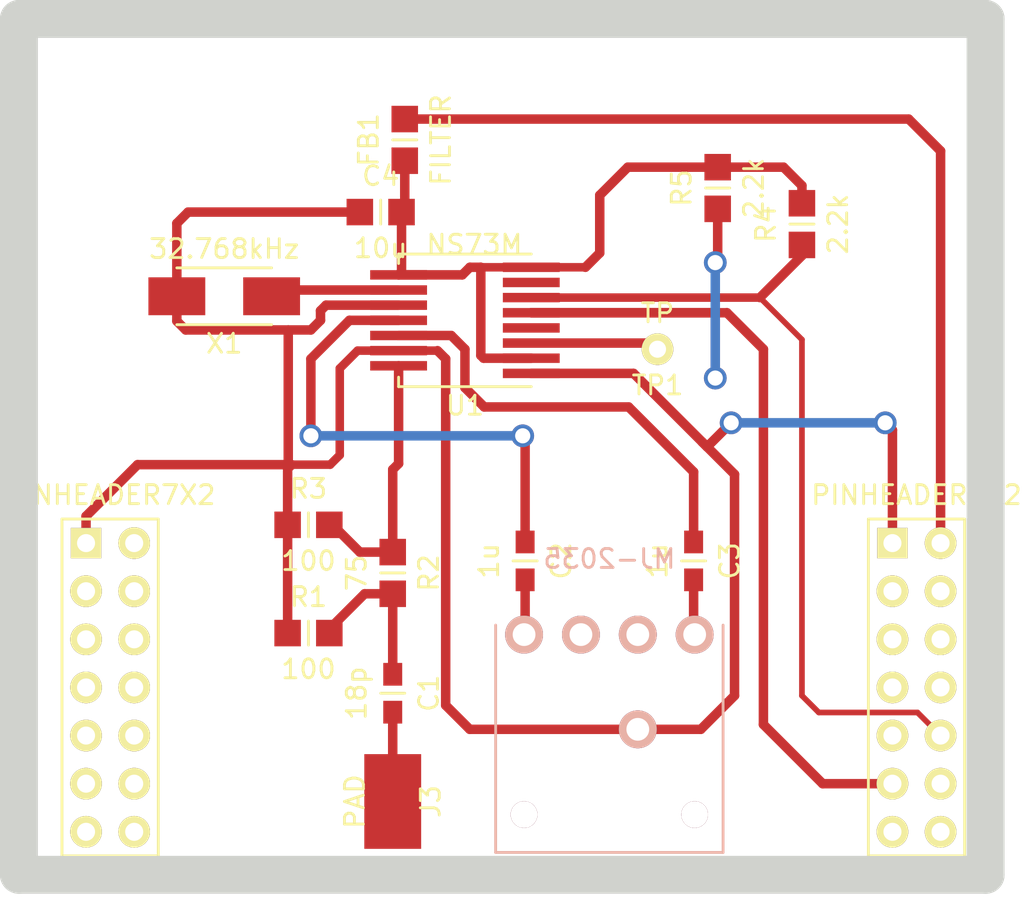
<source format=kicad_pcb>
(kicad_pcb (version 3) (host pcbnew "(2013-03-31 BZR 4008)-stable")

  (general
    (links 31)
    (no_connects 0)
    (area 52.848334 56.419999 109.076666 103.600001)
    (thickness 1.6)
    (drawings 4)
    (tracks 118)
    (zones 0)
    (modules 17)
    (nets 15)
  )

  (page A3)
  (layers
    (15 F.Cu signal)
    (0 B.Cu signal)
    (16 B.Adhes user)
    (17 F.Adhes user)
    (18 B.Paste user)
    (19 F.Paste user)
    (20 B.SilkS user)
    (21 F.SilkS user)
    (22 B.Mask user)
    (23 F.Mask user)
    (24 Dwgs.User user)
    (25 Cmts.User user)
    (26 Eco1.User user)
    (27 Eco2.User user)
    (28 Edge.Cuts user)
  )

  (setup
    (last_trace_width 0.45)
    (trace_clearance 0.1)
    (zone_clearance 0.508)
    (zone_45_only no)
    (trace_min 0.2)
    (segment_width 0.2)
    (edge_width 0.1)
    (via_size 1.2)
    (via_drill 0.8)
    (via_min_size 1.2)
    (via_min_drill 0.8)
    (uvia_size 0.508)
    (uvia_drill 0.127)
    (uvias_allowed no)
    (uvia_min_size 0.508)
    (uvia_min_drill 0.127)
    (pcb_text_width 0.3)
    (pcb_text_size 1.5 1.5)
    (mod_edge_width 0.15)
    (mod_text_size 1 1)
    (mod_text_width 0.15)
    (pad_size 5 3)
    (pad_drill 0)
    (pad_to_mask_clearance 0)
    (aux_axis_origin 0 0)
    (visible_elements 7FFFFFFF)
    (pcbplotparams
      (layerselection 268468225)
      (usegerberextensions true)
      (excludeedgelayer true)
      (linewidth 152400)
      (plotframeref false)
      (viasonmask false)
      (mode 1)
      (useauxorigin false)
      (hpglpennumber 1)
      (hpglpenspeed 20)
      (hpglpendiameter 15)
      (hpglpenoverlay 2)
      (psnegative false)
      (psa4output false)
      (plotreference true)
      (plotvalue true)
      (plotothertext true)
      (plotinvisibletext false)
      (padsonsilk false)
      (subtractmaskfromsilk false)
      (outputformat 1)
      (mirror false)
      (drillshape 0)
      (scaleselection 1)
      (outputdirectory gerber/))
  )

  (net 0 "")
  (net 1 /SCL)
  (net 2 /SDA)
  (net 3 GND)
  (net 4 N-0000029)
  (net 5 N-0000030)
  (net 6 N-0000033)
  (net 7 N-0000034)
  (net 8 N-0000035)
  (net 9 N-0000036)
  (net 10 N-0000039)
  (net 11 N-000004)
  (net 12 N-0000040)
  (net 13 N-0000041)
  (net 14 N-0000042)

  (net_class Default "これは標準のネット クラスです。"
    (clearance 0.1)
    (trace_width 0.45)
    (via_dia 1.2)
    (via_drill 0.8)
    (uvia_dia 0.508)
    (uvia_drill 0.127)
    (add_net "")
    (add_net /SCL)
    (add_net /SDA)
    (add_net GND)
    (add_net N-0000029)
    (add_net N-0000030)
    (add_net N-0000033)
    (add_net N-0000034)
    (add_net N-0000035)
    (add_net N-0000036)
    (add_net N-0000039)
    (add_net N-000004)
    (add_net N-0000040)
    (add_net N-0000041)
    (add_net N-0000042)
  )

  (module PAD3x5   placed (layer F.Cu) (tedit 51B41FFE) (tstamp 51B3093C)
    (at 74.6 98.73 90)
    (path /51AC5F60)
    (fp_text reference J3 (at 0 2 90) (layer F.SilkS)
      (effects (font (size 1 1) (thickness 0.15)))
    )
    (fp_text value PAD (at 0 -2 90) (layer F.SilkS)
      (effects (font (size 1 1) (thickness 0.15)))
    )
    (pad 1 smd rect (at 0 0 90) (size 5 3)
      (layers F.Cu F.Paste F.Mask)
      (net 4 N-0000029)
    )
  )

  (module NS73M   placed (layer F.Cu) (tedit 51B41E59) (tstamp 51B30953)
    (at 78.41 73.33)
    (path /51AC4083)
    (fp_text reference U1 (at 0 4.5) (layer F.SilkS)
      (effects (font (size 1 1) (thickness 0.15)))
    )
    (fp_text value NS73M (at 0.5 -4) (layer F.SilkS)
      (effects (font (size 1 1) (thickness 0.15)))
    )
    (fp_line (start -3.5 3) (end -3.5 3.5) (layer F.SilkS) (width 0.15))
    (fp_line (start -3.5 3.5) (end 3.5 3.5) (layer F.SilkS) (width 0.15))
    (fp_line (start 3.5 -3.5) (end -3.5 -3.5) (layer F.SilkS) (width 0.15))
    (fp_line (start -3.5 -3.5) (end -3.5 -3) (layer F.SilkS) (width 0.15))
    (pad 1 smd rect (at 3.5 2.8) (size 3 0.5)
      (layers F.Cu F.Paste F.Mask)
      (net 3 GND)
    )
    (pad 2 smd rect (at 3.5 2) (size 3 0.5)
      (layers F.Cu F.Paste F.Mask)
      (net 10 N-0000039)
    )
    (pad 3 smd rect (at 3.5 1.2) (size 3 0.5)
      (layers F.Cu F.Paste F.Mask)
      (net 14 N-0000042)
    )
    (pad 4 smd rect (at 3.5 0.4) (size 3 0.5)
      (layers F.Cu F.Paste F.Mask)
    )
    (pad 5 smd rect (at 3.5 -0.4) (size 3 0.5)
      (layers F.Cu F.Paste F.Mask)
      (net 1 /SCL)
    )
    (pad 6 smd rect (at 3.5 -1.2) (size 3 0.5)
      (layers F.Cu F.Paste F.Mask)
      (net 2 /SDA)
    )
    (pad 7 smd rect (at 3.5 -2) (size 3 0.5)
      (layers F.Cu F.Paste F.Mask)
    )
    (pad 8 smd rect (at 3.5 -2.8) (size 3 0.5)
      (layers F.Cu F.Paste F.Mask)
      (net 10 N-0000039)
    )
    (pad 9 smd rect (at -3.5 -2.4) (size 3 0.5)
      (layers F.Cu F.Paste F.Mask)
      (net 10 N-0000039)
    )
    (pad 10 smd rect (at -3.5 -1.6) (size 3 0.5)
      (layers F.Cu F.Paste F.Mask)
      (net 12 N-0000040)
    )
    (pad 11 smd rect (at -3.5 -0.8) (size 3 0.5)
      (layers F.Cu F.Paste F.Mask)
      (net 3 GND)
    )
    (pad 12 smd rect (at -3.5 0) (size 3 0.5)
      (layers F.Cu F.Paste F.Mask)
      (net 8 N-0000035)
    )
    (pad 13 smd rect (at -3.5 0.8) (size 3 0.5)
      (layers F.Cu F.Paste F.Mask)
      (net 9 N-0000036)
    )
    (pad 14 smd rect (at -3.5 1.6) (size 3 0.5)
      (layers F.Cu F.Paste F.Mask)
      (net 3 GND)
    )
    (pad 15 smd rect (at -3.5 2.4) (size 3 0.5)
      (layers F.Cu F.Paste F.Mask)
      (net 13 N-0000041)
    )
  )

  (module TH1   placed (layer F.Cu) (tedit 51729097) (tstamp 51B308C5)
    (at 88.57 74.854)
    (path /51AC51FF)
    (fp_text reference TP1 (at 0 1.905) (layer F.SilkS)
      (effects (font (size 1 1) (thickness 0.15)))
    )
    (fp_text value TP (at 0 -1.905) (layer F.SilkS)
      (effects (font (size 1 1) (thickness 0.15)))
    )
    (pad 1 thru_hole circle (at 0 0) (size 1.67 1.67) (drill 0.9)
      (layers *.Cu *.Mask F.SilkS)
      (net 14 N-0000042)
    )
  )

  (module SMD_2012   placed (layer F.Cu) (tedit 51728F8B) (tstamp 51B308CC)
    (at 73.965 67.615 180)
    (path /51AC42A5)
    (fp_text reference C4 (at 0 1.905 180) (layer F.SilkS)
      (effects (font (size 1 1) (thickness 0.15)))
    )
    (fp_text value 10u (at 0 -1.905 180) (layer F.SilkS)
      (effects (font (size 1 1) (thickness 0.15)))
    )
    (fp_line (start 0 -0.635) (end 0 0.635) (layer F.SilkS) (width 0.15))
    (pad 1 smd rect (at -1.1 0 180) (size 1.4 1.4)
      (layers F.Cu F.Paste F.Mask)
      (net 10 N-0000039)
    )
    (pad 2 smd rect (at 1.1 0 180) (size 1.4 1.4)
      (layers F.Cu F.Paste F.Mask)
      (net 3 GND)
    )
  )

  (module SMD_2012   placed (layer F.Cu) (tedit 51728F8B) (tstamp 51B308D3)
    (at 70.155 84.125 180)
    (path /51AC4B1C)
    (fp_text reference R3 (at 0 1.905 180) (layer F.SilkS)
      (effects (font (size 1 1) (thickness 0.15)))
    )
    (fp_text value 100 (at 0 -1.905 180) (layer F.SilkS)
      (effects (font (size 1 1) (thickness 0.15)))
    )
    (fp_line (start 0 -0.635) (end 0 0.635) (layer F.SilkS) (width 0.15))
    (pad 1 smd rect (at -1.1 0 180) (size 1.4 1.4)
      (layers F.Cu F.Paste F.Mask)
      (net 13 N-0000041)
    )
    (pad 2 smd rect (at 1.1 0 180) (size 1.4 1.4)
      (layers F.Cu F.Paste F.Mask)
      (net 3 GND)
    )
  )

  (module SMD_2012   placed (layer F.Cu) (tedit 51728F8B) (tstamp 51B308DA)
    (at 74.6 86.665 90)
    (path /51AC4B2A)
    (fp_text reference R2 (at 0 1.905 90) (layer F.SilkS)
      (effects (font (size 1 1) (thickness 0.15)))
    )
    (fp_text value 75 (at 0 -1.905 90) (layer F.SilkS)
      (effects (font (size 1 1) (thickness 0.15)))
    )
    (fp_line (start 0 -0.635) (end 0 0.635) (layer F.SilkS) (width 0.15))
    (pad 1 smd rect (at -1.1 0 90) (size 1.4 1.4)
      (layers F.Cu F.Paste F.Mask)
      (net 7 N-0000034)
    )
    (pad 2 smd rect (at 1.1 0 90) (size 1.4 1.4)
      (layers F.Cu F.Paste F.Mask)
      (net 13 N-0000041)
    )
  )

  (module SMD_2012   placed (layer F.Cu) (tedit 51728F8B) (tstamp 51B308E1)
    (at 70.155 89.84 180)
    (path /51AC4B33)
    (fp_text reference R1 (at 0 1.905 180) (layer F.SilkS)
      (effects (font (size 1 1) (thickness 0.15)))
    )
    (fp_text value 100 (at 0 -1.905 180) (layer F.SilkS)
      (effects (font (size 1 1) (thickness 0.15)))
    )
    (fp_line (start 0 -0.635) (end 0 0.635) (layer F.SilkS) (width 0.15))
    (pad 1 smd rect (at -1.1 0 180) (size 1.4 1.4)
      (layers F.Cu F.Paste F.Mask)
      (net 7 N-0000034)
    )
    (pad 2 smd rect (at 1.1 0 180) (size 1.4 1.4)
      (layers F.Cu F.Paste F.Mask)
      (net 3 GND)
    )
  )

  (module SMD_2012   placed (layer F.Cu) (tedit 51728F8B) (tstamp 51B308E8)
    (at 96.19 68.25 270)
    (path /51AC5054)
    (fp_text reference R4 (at 0 1.905 270) (layer F.SilkS)
      (effects (font (size 1 1) (thickness 0.15)))
    )
    (fp_text value 2.2k (at 0 -1.905 270) (layer F.SilkS)
      (effects (font (size 1 1) (thickness 0.15)))
    )
    (fp_line (start 0 -0.635) (end 0 0.635) (layer F.SilkS) (width 0.15))
    (pad 1 smd rect (at -1.1 0 270) (size 1.4 1.4)
      (layers F.Cu F.Paste F.Mask)
      (net 10 N-0000039)
    )
    (pad 2 smd rect (at 1.1 0 270) (size 1.4 1.4)
      (layers F.Cu F.Paste F.Mask)
      (net 2 /SDA)
    )
  )

  (module SMD_2012   placed (layer F.Cu) (tedit 51728F8B) (tstamp 51B308EF)
    (at 91.745 66.345 270)
    (path /51AC5069)
    (fp_text reference R5 (at 0 1.905 270) (layer F.SilkS)
      (effects (font (size 1 1) (thickness 0.15)))
    )
    (fp_text value 2.2k (at 0 -1.905 270) (layer F.SilkS)
      (effects (font (size 1 1) (thickness 0.15)))
    )
    (fp_line (start 0 -0.635) (end 0 0.635) (layer F.SilkS) (width 0.15))
    (pad 1 smd rect (at -1.1 0 270) (size 1.4 1.4)
      (layers F.Cu F.Paste F.Mask)
      (net 10 N-0000039)
    )
    (pad 2 smd rect (at 1.1 0 270) (size 1.4 1.4)
      (layers F.Cu F.Paste F.Mask)
      (net 1 /SCL)
    )
  )

  (module SMD_2012   placed (layer F.Cu) (tedit 51728F8B) (tstamp 51B308F6)
    (at 75.235 63.805 270)
    (path /51AC552E)
    (fp_text reference FB1 (at 0 1.905 270) (layer F.SilkS)
      (effects (font (size 1 1) (thickness 0.15)))
    )
    (fp_text value FILTER (at 0 -1.905 270) (layer F.SilkS)
      (effects (font (size 1 1) (thickness 0.15)))
    )
    (fp_line (start 0 -0.635) (end 0 0.635) (layer F.SilkS) (width 0.15))
    (pad 1 smd rect (at -1.1 0 270) (size 1.4 1.4)
      (layers F.Cu F.Paste F.Mask)
      (net 11 N-000004)
    )
    (pad 2 smd rect (at 1.1 0 270) (size 1.4 1.4)
      (layers F.Cu F.Paste F.Mask)
      (net 10 N-0000039)
    )
  )

  (module SMD_1608   placed (layer F.Cu) (tedit 51729009) (tstamp 51B308FD)
    (at 74.6 93.015 90)
    (path /51AC4CF6)
    (fp_text reference C1 (at 0 1.905 90) (layer F.SilkS)
      (effects (font (size 1 1) (thickness 0.15)))
    )
    (fp_text value 18p (at 0 -1.905 90) (layer F.SilkS)
      (effects (font (size 1 1) (thickness 0.15)))
    )
    (fp_line (start 0 -0.635) (end 0 0.635) (layer F.SilkS) (width 0.15))
    (pad 1 smd rect (at -1 0 90) (size 1.2 1)
      (layers F.Cu F.Paste F.Mask)
      (net 4 N-0000029)
    )
    (pad 2 smd rect (at 1 0 90) (size 1.2 1)
      (layers F.Cu F.Paste F.Mask)
      (net 7 N-0000034)
    )
  )

  (module SMD_1608   placed (layer F.Cu) (tedit 51729009) (tstamp 51B30904)
    (at 81.585 86.03 90)
    (path /51AC4D03)
    (fp_text reference C2 (at 0 1.905 90) (layer F.SilkS)
      (effects (font (size 1 1) (thickness 0.15)))
    )
    (fp_text value 1u (at 0 -1.905 90) (layer F.SilkS)
      (effects (font (size 1 1) (thickness 0.15)))
    )
    (fp_line (start 0 -0.635) (end 0 0.635) (layer F.SilkS) (width 0.15))
    (pad 1 smd rect (at -1 0 90) (size 1.2 1)
      (layers F.Cu F.Paste F.Mask)
      (net 6 N-0000033)
    )
    (pad 2 smd rect (at 1 0 90) (size 1.2 1)
      (layers F.Cu F.Paste F.Mask)
      (net 8 N-0000035)
    )
  )

  (module SMD_1608   placed (layer F.Cu) (tedit 51729009) (tstamp 51B3090B)
    (at 90.475 86.03 90)
    (path /51AC4D09)
    (fp_text reference C3 (at 0 1.905 90) (layer F.SilkS)
      (effects (font (size 1 1) (thickness 0.15)))
    )
    (fp_text value 1u (at 0 -1.905 90) (layer F.SilkS)
      (effects (font (size 1 1) (thickness 0.15)))
    )
    (fp_line (start 0 -0.635) (end 0 0.635) (layer F.SilkS) (width 0.15))
    (pad 1 smd rect (at -1 0 90) (size 1.2 1)
      (layers F.Cu F.Paste F.Mask)
      (net 5 N-0000030)
    )
    (pad 2 smd rect (at 1 0 90) (size 1.2 1)
      (layers F.Cu F.Paste F.Mask)
      (net 9 N-0000036)
    )
  )

  (module PINHEADER7x2   placed (layer F.Cu) (tedit 519DE9A5) (tstamp 51B30921)
    (at 102.235 92.71)
    (path /51AC547F)
    (fp_text reference J2 (at 0 10.16) (layer F.SilkS)
      (effects (font (size 1 1) (thickness 0.15)))
    )
    (fp_text value PINHEADER7X2 (at 0 -10.16) (layer F.SilkS)
      (effects (font (size 1 1) (thickness 0.15)))
    )
    (fp_line (start -2.54 -8.89) (end -2.54 8.89) (layer F.SilkS) (width 0.15))
    (fp_line (start -2.54 8.89) (end 2.54 8.89) (layer F.SilkS) (width 0.15))
    (fp_line (start 2.54 8.89) (end 2.54 -8.89) (layer F.SilkS) (width 0.15))
    (fp_line (start 2.54 -8.89) (end -2.54 -8.89) (layer F.SilkS) (width 0.15))
    (pad 1 thru_hole rect (at -1.27 -7.62) (size 1.6 1.6) (drill 0.95)
      (layers *.Cu *.Mask F.SilkS)
      (net 3 GND)
    )
    (pad 2 thru_hole circle (at 1.27 -7.62) (size 1.67 1.67) (drill 0.95)
      (layers *.Cu *.Mask F.SilkS)
      (net 11 N-000004)
    )
    (pad 3 thru_hole circle (at -1.27 -5.08) (size 1.67 1.67) (drill 0.95)
      (layers *.Cu *.Mask F.SilkS)
    )
    (pad 4 thru_hole circle (at 1.27 -5.08) (size 1.67 1.67) (drill 0.95)
      (layers *.Cu *.Mask F.SilkS)
    )
    (pad 5 thru_hole circle (at -1.27 -2.54) (size 1.67 1.67) (drill 0.95)
      (layers *.Cu *.Mask F.SilkS)
    )
    (pad 6 thru_hole circle (at 1.27 -2.54) (size 1.67 1.67) (drill 0.95)
      (layers *.Cu *.Mask F.SilkS)
    )
    (pad 7 thru_hole circle (at -1.27 0) (size 1.67 1.67) (drill 0.95)
      (layers *.Cu *.Mask F.SilkS)
    )
    (pad 8 thru_hole circle (at 1.27 0) (size 1.67 1.67) (drill 0.95)
      (layers *.Cu *.Mask F.SilkS)
    )
    (pad 9 thru_hole circle (at -1.27 2.54) (size 1.67 1.67) (drill 0.95)
      (layers *.Cu *.Mask F.SilkS)
    )
    (pad 10 thru_hole circle (at 1.27 2.54) (size 1.67 1.67) (drill 0.95)
      (layers *.Cu *.Mask F.SilkS)
      (net 2 /SDA)
    )
    (pad 11 thru_hole circle (at -1.27 5.08) (size 1.67 1.67) (drill 0.95)
      (layers *.Cu *.Mask F.SilkS)
      (net 1 /SCL)
    )
    (pad 12 thru_hole circle (at 1.27 5.08) (size 1.67 1.67) (drill 0.95)
      (layers *.Cu *.Mask F.SilkS)
    )
    (pad 13 thru_hole circle (at -1.27 7.62) (size 1.67 1.67) (drill 0.95)
      (layers *.Cu *.Mask F.SilkS)
    )
    (pad 14 thru_hole circle (at 1.27 7.62) (size 1.67 1.67) (drill 0.95)
      (layers *.Cu *.Mask F.SilkS)
    )
  )

  (module PINHEADER7x2   placed (layer F.Cu) (tedit 519DE9A5) (tstamp 51B30937)
    (at 59.69 92.71)
    (path /51AC548D)
    (fp_text reference J4 (at 0 10.16) (layer F.SilkS)
      (effects (font (size 1 1) (thickness 0.15)))
    )
    (fp_text value PINHEADER7X2 (at 0 -10.16) (layer F.SilkS)
      (effects (font (size 1 1) (thickness 0.15)))
    )
    (fp_line (start -2.54 -8.89) (end -2.54 8.89) (layer F.SilkS) (width 0.15))
    (fp_line (start -2.54 8.89) (end 2.54 8.89) (layer F.SilkS) (width 0.15))
    (fp_line (start 2.54 8.89) (end 2.54 -8.89) (layer F.SilkS) (width 0.15))
    (fp_line (start 2.54 -8.89) (end -2.54 -8.89) (layer F.SilkS) (width 0.15))
    (pad 1 thru_hole rect (at -1.27 -7.62) (size 1.6 1.6) (drill 0.95)
      (layers *.Cu *.Mask F.SilkS)
      (net 3 GND)
    )
    (pad 2 thru_hole circle (at 1.27 -7.62) (size 1.67 1.67) (drill 0.95)
      (layers *.Cu *.Mask F.SilkS)
    )
    (pad 3 thru_hole circle (at -1.27 -5.08) (size 1.67 1.67) (drill 0.95)
      (layers *.Cu *.Mask F.SilkS)
    )
    (pad 4 thru_hole circle (at 1.27 -5.08) (size 1.67 1.67) (drill 0.95)
      (layers *.Cu *.Mask F.SilkS)
    )
    (pad 5 thru_hole circle (at -1.27 -2.54) (size 1.67 1.67) (drill 0.95)
      (layers *.Cu *.Mask F.SilkS)
    )
    (pad 6 thru_hole circle (at 1.27 -2.54) (size 1.67 1.67) (drill 0.95)
      (layers *.Cu *.Mask F.SilkS)
    )
    (pad 7 thru_hole circle (at -1.27 0) (size 1.67 1.67) (drill 0.95)
      (layers *.Cu *.Mask F.SilkS)
    )
    (pad 8 thru_hole circle (at 1.27 0) (size 1.67 1.67) (drill 0.95)
      (layers *.Cu *.Mask F.SilkS)
    )
    (pad 9 thru_hole circle (at -1.27 2.54) (size 1.67 1.67) (drill 0.95)
      (layers *.Cu *.Mask F.SilkS)
    )
    (pad 10 thru_hole circle (at 1.27 2.54) (size 1.67 1.67) (drill 0.95)
      (layers *.Cu *.Mask F.SilkS)
    )
    (pad 11 thru_hole circle (at -1.27 5.08) (size 1.67 1.67) (drill 0.95)
      (layers *.Cu *.Mask F.SilkS)
    )
    (pad 12 thru_hole circle (at 1.27 5.08) (size 1.67 1.67) (drill 0.95)
      (layers *.Cu *.Mask F.SilkS)
    )
    (pad 13 thru_hole circle (at -1.27 7.62) (size 1.67 1.67) (drill 0.95)
      (layers *.Cu *.Mask F.SilkS)
    )
    (pad 14 thru_hole circle (at 1.27 7.62) (size 1.67 1.67) (drill 0.95)
      (layers *.Cu *.Mask F.SilkS)
    )
  )

  (module C6X060   placed (layer F.Cu) (tedit 51B3082F) (tstamp 51B30974)
    (at 65.71 72.06)
    (path /51AC5944)
    (fp_text reference X1 (at 0 2.5) (layer F.SilkS)
      (effects (font (size 1 1) (thickness 0.15)))
    )
    (fp_text value 32.768kHz (at 0 -2.5) (layer F.SilkS)
      (effects (font (size 1 1) (thickness 0.15)))
    )
    (fp_line (start 2.5 1.5) (end -2.5 1.5) (layer F.SilkS) (width 0.15))
    (fp_line (start -2.5 -1.5) (end 2.5 -1.5) (layer F.SilkS) (width 0.15))
    (pad 1 smd rect (at -2.5 0) (size 3 2)
      (layers F.Cu F.Paste F.Mask)
      (net 3 GND)
    )
    (pad 2 smd rect (at 2.5 0) (size 3 2)
      (layers F.Cu F.Paste F.Mask)
      (net 12 N-0000040)
    )
  )

  (module MJ-2035 (layer B.Cu) (tedit 51B3000F) (tstamp 51B310D9)
    (at 86.03 94.92 180)
    (path /51B2FC61)
    (fp_text reference J1 (at 0 -8 180) (layer B.SilkS)
      (effects (font (size 1 1) (thickness 0.15)) (justify mirror))
    )
    (fp_text value MJ-2035 (at 0 9 180) (layer B.SilkS)
      (effects (font (size 1 1) (thickness 0.15)) (justify mirror))
    )
    (fp_line (start -6 5.5) (end -6 -6.5) (layer B.SilkS) (width 0.15))
    (fp_line (start -6 -6.5) (end 6 -6.5) (layer B.SilkS) (width 0.15))
    (fp_line (start 6 -6.5) (end 6 5.5) (layer B.SilkS) (width 0.15))
    (pad 1 thru_hole circle (at -4.5 5 180) (size 2 2) (drill 1.2)
      (layers *.Cu *.Mask B.SilkS)
      (net 5 N-0000030)
    )
    (pad 2 thru_hole circle (at -1.5 5 180) (size 2 2) (drill 1.2)
      (layers *.Cu *.Mask B.SilkS)
    )
    (pad 3 thru_hole circle (at 1.5 5 180) (size 2 2) (drill 1.2)
      (layers *.Cu *.Mask B.SilkS)
    )
    (pad 4 thru_hole circle (at 4.5 5 180) (size 2 2) (drill 1.2)
      (layers *.Cu *.Mask B.SilkS)
      (net 6 N-0000033)
    )
    (pad 5 thru_hole circle (at -1.5 0 180) (size 2 2) (drill 1.2)
      (layers *.Cu *.Mask B.SilkS)
      (net 3 GND)
    )
    (pad "" thru_hole circle (at -4.5 -4.5 180) (size 1.41 1.41) (drill 1.4)
      (layers *.Cu *.Mask B.SilkS)
    )
    (pad "" thru_hole circle (at 4.5 -4.5 180) (size 1.41 1.41) (drill 1.4)
      (layers *.Cu *.Mask B.SilkS)
    )
  )

  (gr_line (start 105.88 57.42) (end 54.88 57.42) (angle 90) (layer Edge.Cuts) (width 2))
  (gr_line (start 105.88 102.6) (end 105.88 57.42) (angle 90) (layer Edge.Cuts) (width 2))
  (gr_line (start 54.88 102.6) (end 105.88 102.6) (angle 90) (layer Edge.Cuts) (width 2))
  (gr_line (start 54.88 57.42) (end 54.88 102.6) (angle 90) (layer Edge.Cuts) (width 2))

  (segment (start 91.745 67.445) (end 91.745 70.155) (width 0.5) (layer F.Cu) (net 1))
  (segment (start 91.618 72.93) (end 81.91 72.93) (width 0.5) (layer F.Cu) (net 1) (tstamp 51B31AA5))
  (segment (start 91.618 76.378) (end 91.618 72.93) (width 0.5) (layer F.Cu) (net 1) (tstamp 51B31AA4))
  (via (at 91.618 76.378) (size 1.2) (layers F.Cu B.Cu) (net 1))
  (segment (start 91.618 70.282) (end 91.618 76.378) (width 0.5) (layer B.Cu) (net 1) (tstamp 51B31AA1))
  (via (at 91.618 70.282) (size 1.2) (layers F.Cu B.Cu) (net 1))
  (segment (start 91.745 70.155) (end 91.618 70.282) (width 0.5) (layer F.Cu) (net 1) (tstamp 51B31A9D))
  (segment (start 100.965 97.79) (end 97.282 97.79) (width 0.5) (layer F.Cu) (net 1))
  (segment (start 97.282 97.79) (end 94.158 94.666) (width 0.5) (layer F.Cu) (net 1) (tstamp 51B316A9))
  (segment (start 94.158 94.666) (end 94.158 74.854) (width 0.5) (layer F.Cu) (net 1) (tstamp 51B316B0))
  (segment (start 94.158 74.854) (end 92.234 72.93) (width 0.5) (layer F.Cu) (net 1) (tstamp 51B316B4))
  (segment (start 92.234 72.93) (end 81.91 72.93) (width 0.5) (layer F.Cu) (net 1) (tstamp 51B316B5))
  (segment (start 96.19 69.35) (end 96.19 69.914) (width 0.5) (layer F.Cu) (net 2))
  (segment (start 96.19 69.914) (end 93.974 72.13) (width 0.5) (layer F.Cu) (net 2) (tstamp 51B31AAD))
  (segment (start 103.505 95.25) (end 102.286 94.031) (width 0.3) (layer F.Cu) (net 2))
  (segment (start 93.974 72.13) (end 81.91 72.13) (width 0.45) (layer F.Cu) (net 2) (tstamp 51B31843))
  (segment (start 96.19 74.346) (end 93.974 72.13) (width 0.3) (layer F.Cu) (net 2) (tstamp 51B3183F))
  (segment (start 96.19 93.142) (end 96.19 74.346) (width 0.3) (layer F.Cu) (net 2) (tstamp 51B3183B))
  (segment (start 97.079 94.031) (end 96.19 93.142) (width 0.3) (layer F.Cu) (net 2) (tstamp 51B31829))
  (segment (start 102.286 94.031) (end 97.079 94.031) (width 0.3) (layer F.Cu) (net 2) (tstamp 51B31826))
  (segment (start 69.088 80.95) (end 69.088 73.838) (width 0.5) (layer F.Cu) (net 3))
  (segment (start 100.965 85.09) (end 100.965 79.121) (width 0.5) (layer F.Cu) (net 3))
  (segment (start 91.186 80.01) (end 90.932 79.756) (width 0.5) (layer F.Cu) (net 3) (tstamp 51B41B65))
  (segment (start 92.456 78.74) (end 91.186 80.01) (width 0.5) (layer F.Cu) (net 3) (tstamp 51B41B64))
  (via (at 92.456 78.74) (size 1.2) (layers F.Cu B.Cu) (net 3))
  (segment (start 100.584 78.74) (end 92.456 78.74) (width 0.5) (layer B.Cu) (net 3) (tstamp 51B41B61))
  (via (at 100.584 78.74) (size 1.2) (layers F.Cu B.Cu) (net 3))
  (segment (start 100.965 79.121) (end 100.584 78.74) (width 0.5) (layer F.Cu) (net 3) (tstamp 51B41B39))
  (segment (start 81.91 76.13) (end 87.306 76.13) (width 0.5) (layer F.Cu) (net 3))
  (segment (start 90.856 94.92) (end 87.53 94.92) (width 0.5) (layer F.Cu) (net 3) (tstamp 51B31A23))
  (segment (start 92.634 93.142) (end 90.856 94.92) (width 0.5) (layer F.Cu) (net 3) (tstamp 51B31A22))
  (segment (start 92.634 81.458) (end 92.634 93.142) (width 0.5) (layer F.Cu) (net 3) (tstamp 51B31A1E))
  (segment (start 87.306 76.13) (end 90.932 79.756) (width 0.5) (layer F.Cu) (net 3) (tstamp 51B31A16))
  (segment (start 90.932 79.756) (end 92.634 81.458) (width 0.5) (layer F.Cu) (net 3) (tstamp 51B41B6C))
  (segment (start 58.42 85.09) (end 58.42 83.668) (width 0.5) (layer F.Cu) (net 3))
  (segment (start 61.138 80.95) (end 69.088 80.95) (width 0.5) (layer F.Cu) (net 3) (tstamp 51B319FB))
  (segment (start 69.088 80.95) (end 69.266 80.95) (width 0.5) (layer F.Cu) (net 3) (tstamp 51B41BD1))
  (segment (start 58.42 83.668) (end 61.138 80.95) (width 0.5) (layer F.Cu) (net 3) (tstamp 51B319F9))
  (segment (start 87.53 94.92) (end 78.664 94.92) (width 0.5) (layer F.Cu) (net 3))
  (segment (start 76.962 74.93) (end 74.91 74.93) (width 0.45) (layer F.Cu) (net 3) (tstamp 51B319F0))
  (segment (start 77.394 75.362) (end 76.962 74.93) (width 0.5) (layer F.Cu) (net 3) (tstamp 51B319EE))
  (segment (start 77.394 93.65) (end 77.394 75.362) (width 0.5) (layer F.Cu) (net 3) (tstamp 51B319EB))
  (segment (start 78.664 94.92) (end 77.394 93.65) (width 0.5) (layer F.Cu) (net 3) (tstamp 51B319E5))
  (segment (start 74.91 74.93) (end 72.746 74.93) (width 0.45) (layer F.Cu) (net 3))
  (segment (start 72.746 74.93) (end 71.806 75.87) (width 0.45) (layer F.Cu) (net 3) (tstamp 51B31678))
  (segment (start 71.806 75.87) (end 71.806 80.442) (width 0.45) (layer F.Cu) (net 3) (tstamp 51B3167A))
  (segment (start 71.806 80.442) (end 71.298 80.95) (width 0.45) (layer F.Cu) (net 3) (tstamp 51B3167B))
  (segment (start 71.298 80.95) (end 69.266 80.95) (width 0.45) (layer F.Cu) (net 3) (tstamp 51B3167F))
  (segment (start 69.055 81.161) (end 69.055 84.125) (width 0.5) (layer F.Cu) (net 3) (tstamp 51B31681))
  (segment (start 69.266 80.95) (end 69.055 81.161) (width 0.5) (layer F.Cu) (net 3) (tstamp 51B31680))
  (segment (start 69.055 89.84) (end 69.055 84.125) (width 0.5) (layer F.Cu) (net 3))
  (segment (start 72.865 67.615) (end 63.805 67.615) (width 0.5) (layer F.Cu) (net 3))
  (segment (start 63.21 68.21) (end 63.21 72.06) (width 0.5) (layer F.Cu) (net 3) (tstamp 51B315B8))
  (segment (start 63.805 67.615) (end 63.21 68.21) (width 0.5) (layer F.Cu) (net 3) (tstamp 51B315B7))
  (segment (start 74.91 72.53) (end 71.082 72.53) (width 0.5) (layer F.Cu) (net 3))
  (segment (start 70.282 73.838) (end 69.088 73.838) (width 0.5) (layer F.Cu) (net 3) (tstamp 51B315B1))
  (segment (start 70.79 73.33) (end 70.282 73.838) (width 0.5) (layer F.Cu) (net 3) (tstamp 51B315AF))
  (segment (start 70.79 72.822) (end 70.79 73.33) (width 0.5) (layer F.Cu) (net 3) (tstamp 51B315AE))
  (segment (start 71.082 72.53) (end 70.79 72.822) (width 0.5) (layer F.Cu) (net 3) (tstamp 51B315AC))
  (segment (start 63.21 73.37) (end 63.21 72.06) (width 0.5) (layer F.Cu) (net 3) (tstamp 51B315B4))
  (segment (start 63.678 73.838) (end 63.21 73.37) (width 0.5) (layer F.Cu) (net 3) (tstamp 51B315B2))
  (segment (start 69.088 73.838) (end 63.678 73.838) (width 0.5) (layer F.Cu) (net 3) (tstamp 51B41BD5) (status 2))
  (segment (start 74.6 94.015) (end 74.6 98.73) (width 0.5) (layer F.Cu) (net 4))
  (segment (start 90.475 87.03) (end 90.475 89.865) (width 0.5) (layer F.Cu) (net 5))
  (segment (start 90.475 89.865) (end 90.53 89.92) (width 0.5) (layer F.Cu) (net 5) (tstamp 51B31496))
  (segment (start 81.585 87.03) (end 81.585 89.865) (width 0.5) (layer F.Cu) (net 6))
  (segment (start 81.585 89.865) (end 81.53 89.92) (width 0.5) (layer F.Cu) (net 6) (tstamp 51B31499))
  (segment (start 71.255 89.84) (end 71.255 89.629) (width 0.5) (layer F.Cu) (net 7))
  (segment (start 73.119 87.765) (end 74.6 87.765) (width 0.5) (layer F.Cu) (net 7) (tstamp 51B315F8))
  (segment (start 71.255 89.629) (end 73.119 87.765) (width 0.5) (layer F.Cu) (net 7) (tstamp 51B315F4))
  (segment (start 74.6 87.765) (end 74.6 92.015) (width 0.5) (layer F.Cu) (net 7))
  (segment (start 74.91 73.33) (end 72.314 73.33) (width 0.5) (layer F.Cu) (net 8))
  (segment (start 81.585 79.553) (end 81.585 85.03) (width 0.5) (layer F.Cu) (net 8) (tstamp 51B31672))
  (segment (start 81.458 79.426) (end 81.585 79.553) (width 0.5) (layer F.Cu) (net 8) (tstamp 51B31671))
  (via (at 81.458 79.426) (size 1.2) (layers F.Cu B.Cu) (net 8))
  (segment (start 70.282 79.426) (end 81.458 79.426) (width 0.5) (layer B.Cu) (net 8) (tstamp 51B3166E))
  (via (at 70.282 79.426) (size 1.2) (layers F.Cu B.Cu) (net 8))
  (segment (start 70.282 75.362) (end 70.282 79.426) (width 0.5) (layer F.Cu) (net 8) (tstamp 51B31668))
  (segment (start 72.314 73.33) (end 70.282 75.362) (width 0.5) (layer F.Cu) (net 8) (tstamp 51B31665))
  (segment (start 90.475 85.03) (end 90.475 81.331) (width 0.5) (layer F.Cu) (net 9))
  (segment (start 77.686 74.13) (end 74.91 74.13) (width 0.5) (layer F.Cu) (net 9) (tstamp 51B3160F))
  (segment (start 78.41 74.854) (end 77.686 74.13) (width 0.5) (layer F.Cu) (net 9) (tstamp 51B3160D))
  (segment (start 78.41 76.886) (end 78.41 74.854) (width 0.5) (layer F.Cu) (net 9) (tstamp 51B3160C))
  (segment (start 79.426 77.902) (end 78.41 76.886) (width 0.5) (layer F.Cu) (net 9) (tstamp 51B3160B))
  (segment (start 87.046 77.902) (end 79.426 77.902) (width 0.5) (layer F.Cu) (net 9) (tstamp 51B31606))
  (segment (start 90.475 81.331) (end 87.046 77.902) (width 0.5) (layer F.Cu) (net 9) (tstamp 51B31603))
  (segment (start 81.91 75.33) (end 79.394 75.33) (width 0.5) (layer F.Cu) (net 10))
  (segment (start 79.248 75.184) (end 79.248 70.53) (width 0.5) (layer F.Cu) (net 10) (tstamp 51B41BB7))
  (segment (start 79.394 75.33) (end 79.248 75.184) (width 0.5) (layer F.Cu) (net 10) (tstamp 51B41BB3))
  (segment (start 91.745 65.245) (end 87.003 65.245) (width 0.5) (layer F.Cu) (net 10))
  (segment (start 87.003 65.245) (end 85.522 66.726) (width 0.5) (layer F.Cu) (net 10) (tstamp 51B31ABA))
  (segment (start 85.522 66.726) (end 85.522 69.774) (width 0.5) (layer F.Cu) (net 10) (tstamp 51B31ABE))
  (segment (start 85.522 69.774) (end 84.766 70.53) (width 0.5) (layer F.Cu) (net 10) (tstamp 51B31ABF))
  (segment (start 84.766 70.53) (end 81.91 70.53) (width 0.45) (layer F.Cu) (net 10) (tstamp 51B31AC0))
  (segment (start 96.19 67.15) (end 96.19 66.218) (width 0.5) (layer F.Cu) (net 10))
  (segment (start 95.217 65.245) (end 91.745 65.245) (width 0.5) (layer F.Cu) (net 10) (tstamp 51B31AB7))
  (segment (start 96.19 66.218) (end 95.217 65.245) (width 0.5) (layer F.Cu) (net 10) (tstamp 51B31AB5))
  (segment (start 81.91 70.53) (end 79.248 70.53) (width 0.45) (layer F.Cu) (net 10))
  (segment (start 79.248 70.53) (end 78.67 70.53) (width 0.5) (layer F.Cu) (net 10) (tstamp 51B41BBC))
  (segment (start 78.67 70.53) (end 78.27 70.93) (width 0.5) (layer F.Cu) (net 10) (tstamp 51B315C3))
  (segment (start 78.27 70.93) (end 74.91 70.93) (width 0.5) (layer F.Cu) (net 10) (tstamp 51B315C5))
  (segment (start 75.065 67.615) (end 75.065 70.775) (width 0.5) (layer F.Cu) (net 10))
  (segment (start 75.065 70.775) (end 74.91 70.93) (width 0.5) (layer F.Cu) (net 10) (tstamp 51B315BE))
  (segment (start 75.235 64.905) (end 75.235 67.445) (width 0.5) (layer F.Cu) (net 10))
  (segment (start 75.235 67.445) (end 75.065 67.615) (width 0.5) (layer F.Cu) (net 10) (tstamp 51B315BB))
  (segment (start 103.505 85.09) (end 103.505 64.389) (width 0.5) (layer F.Cu) (net 11))
  (segment (start 101.821 62.705) (end 75.235 62.705) (width 0.5) (layer F.Cu) (net 11) (tstamp 51B3159B))
  (segment (start 103.505 64.389) (end 101.821 62.705) (width 0.5) (layer F.Cu) (net 11) (tstamp 51B31598))
  (segment (start 74.91 71.73) (end 68.54 71.73) (width 0.5) (layer F.Cu) (net 12))
  (segment (start 68.54 71.73) (end 68.21 72.06) (width 0.5) (layer F.Cu) (net 12) (tstamp 51B315A0))
  (segment (start 74.6 85.565) (end 72.865 85.565) (width 0.5) (layer F.Cu) (net 13))
  (segment (start 71.425 84.125) (end 71.255 84.125) (width 0.5) (layer F.Cu) (net 13) (tstamp 51B315EF))
  (segment (start 72.865 85.565) (end 71.425 84.125) (width 0.5) (layer F.Cu) (net 13) (tstamp 51B315ED))
  (segment (start 74.91 75.73) (end 74.91 80.894) (width 0.5) (layer F.Cu) (net 13))
  (segment (start 74.6 81.204) (end 74.6 85.565) (width 0.5) (layer F.Cu) (net 13) (tstamp 51B315D0))
  (segment (start 74.91 80.894) (end 74.6 81.204) (width 0.5) (layer F.Cu) (net 13) (tstamp 51B315CE))
  (segment (start 81.91 74.53) (end 88.246 74.53) (width 0.5) (layer F.Cu) (net 14))
  (segment (start 88.246 74.53) (end 88.57 74.854) (width 0.5) (layer F.Cu) (net 14) (tstamp 51B31A30))

)

</source>
